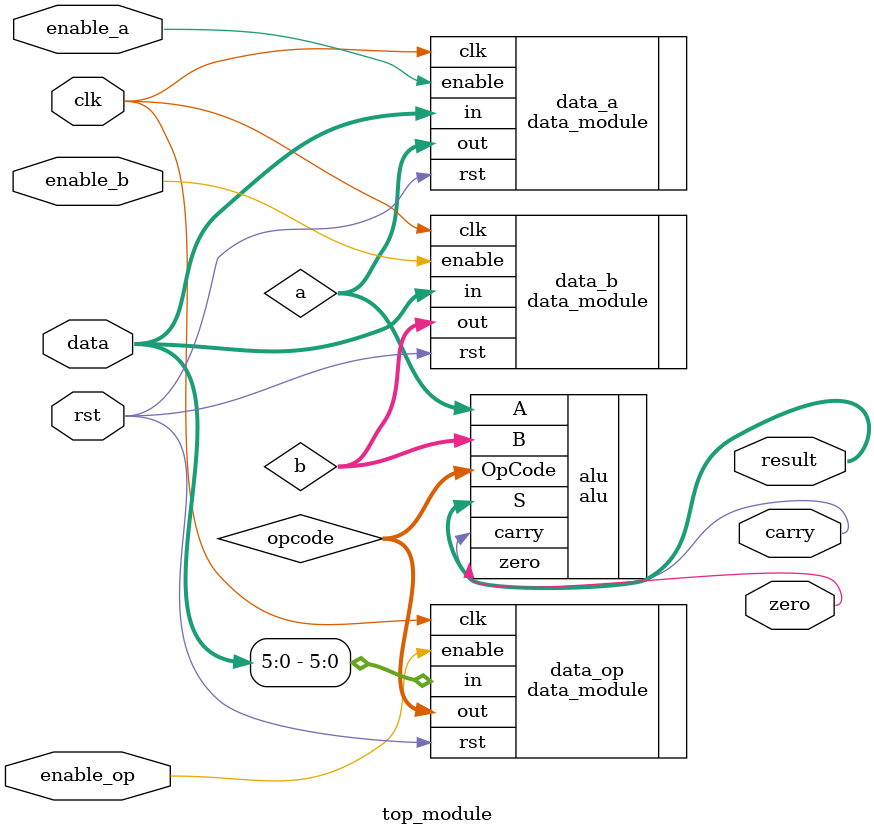
<source format=v>
`timescale 1ns / 1ps


module top_module #(
    parameter N_data = 8,
    parameter N_op = 6
)(
    input clk,
    input rst,
    input [N_data-1:0] data,
    input enable_a,
    input enable_b,
    input enable_op,
    output [N_data-1:0] result,
    output zero,
    output carry
);
    // Cables intermedios que vamos a necesitar
    wire [N_data-1:0] a, b;
    wire [N_op-1:0] opcode;

    // Instanciamos los 2 modulos de los operandos
    data_module #(.N(N_data)) data_a (
        .clk(clk),
        .rst(rst),
        .enable(enable_a),
        .in(data),
        .out(a)
    );

    data_module #(.N(N_data)) data_b (
        .clk(clk),
        .rst(rst),
        .enable(enable_b),
        .in(data),
        .out(b)
    );

    // Instanciamos el modulo de operacion
    data_module #(.N(N_op)) data_op (
        .clk(clk),
        .rst(rst),
        .enable(enable_op),
        .in(data[N_op-1:0]),  // sólo 6 bits
        .out(opcode)
    );

    // Instanciamos la ALU
    alu alu (
        .A(a),
        .B(b),
        .OpCode(opcode),
        .S(result),
        .carry(carry),
        .zero(zero)
    );

endmodule


</source>
